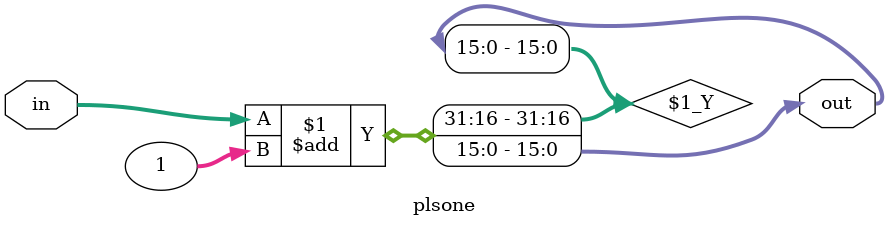
<source format=v>
module plsone
(
input [15:0] in,
output [15:0] out
);

assign out = in + 1;

endmodule
</source>
